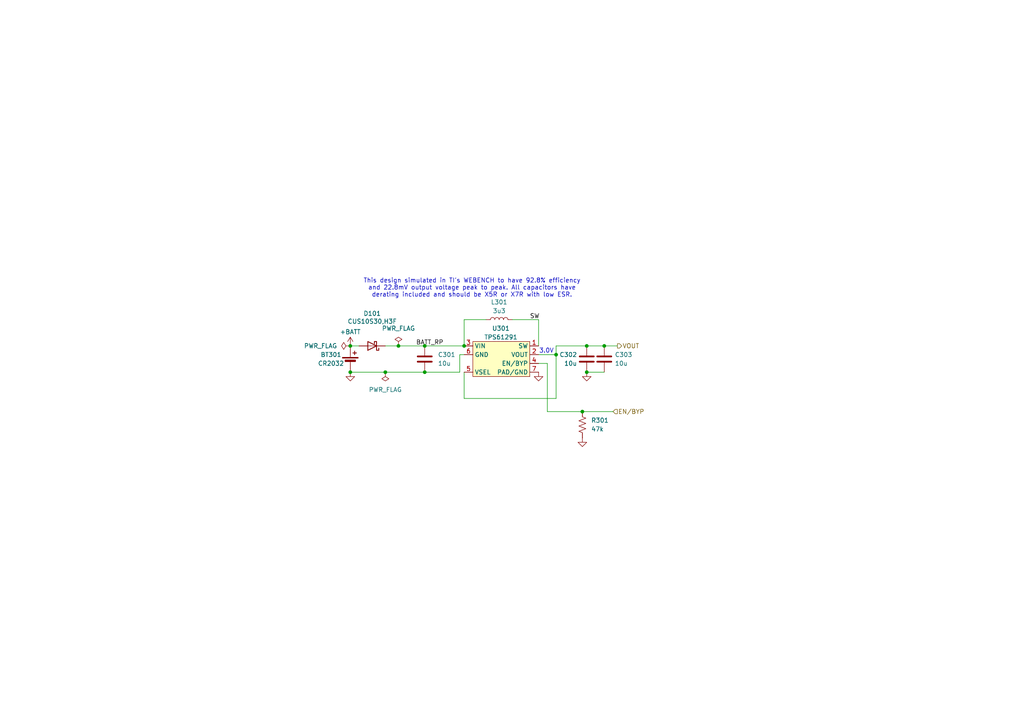
<source format=kicad_sch>
(kicad_sch (version 20250114) (generator "eeschema") (generator_version "9.0")
  (paper "A4")
  (title_block (title "Game of Life PCB Business Card") (date "2025-08-29") (rev "1.0") (company "Adam Sura"))
  (lib_symbols
    (symbol "Device:Battery_Cell" (pin_numbers (hide yes)) (pin_names (offset 0) (hide yes))
      (property "Reference" "BT" (at 2.54 2.54 0))
      (property "Value" "Battery_Cell" (at 2.54 0 0))
      (symbol "Battery_Cell_0_1"
        (rectangle (start -2.286 1.778) (end 2.286 1.524) (fill (type outline)))
        (rectangle (start -1.524 1.016) (end 1.524 0.508) (fill (type outline)))
        (polyline (pts (xy 0 1.778) (xy 0 2.54)))
        (polyline (pts (xy 0 0.762) (xy 0 0)))
        (polyline (pts (xy 0.762 3.048) (xy 1.778 3.048)) (stroke (width 0.254)))
        (polyline (pts (xy 1.27 3.556) (xy 1.27 2.54)) (stroke (width 0.254)))
      )
      (symbol "Battery_Cell_1_1"
        (pin passive line (at 0 5.08 270) (length 2.54) (name "+") (number "1"))
        (pin passive line (at 0 -2.54 90) (length 2.54) (name "-") (number "2"))
      )
    )
    (symbol "Device:C" (pin_numbers (hide yes)) (pin_names (offset 0.254))
      (property "Reference" "C" (at 0.635 2.54 0))
      (property "Value" "C" (at 0.635 -2.54 0))
      (symbol "C_0_1"
        (polyline (pts (xy -2.032 0.762) (xy 2.032 0.762)) (stroke (width 0.508)))
        (polyline (pts (xy -2.032 -0.762) (xy 2.032 -0.762)) (stroke (width 0.508)))
      )
      (symbol "C_1_1"
        (pin passive line (at 0 3.81 270) (length 2.794) (name "~") (number "1"))
        (pin passive line (at 0 -3.81 90) (length 2.794) (name "~") (number "2"))
      )
    )
    (symbol "Device:D_Schottky" (pin_numbers (hide yes)) (pin_names (offset 1.016) (hide yes))
      (property "Reference" "D" (at 0 2.54 0))
      (property "Value" "D_Schottky" (at 0 -2.54 0))
      (symbol "D_Schottky_0_1"
        (polyline (pts (xy -1.905 0.635) (xy -1.905 1.27) (xy -1.27 1.27) (xy -1.27 -1.27) (xy -0.635 -1.27) (xy -0.635 -0.635)) (stroke (width 0.254)))
        (polyline (pts (xy 1.27 1.27) (xy 1.27 -1.27) (xy -1.27 0) (xy 1.27 1.27)) (stroke (width 0.254)))
        (polyline (pts (xy 1.27 0) (xy -1.27 0)))
      )
      (symbol "D_Schottky_1_1"
        (pin passive line (at -3.81 0 0) (length 2.54) (name "K") (number "1"))
        (pin passive line (at 3.81 0 180) (length 2.54) (name "A") (number "2"))
      )
    )
    (symbol "Device:L" (pin_numbers (hide yes)) (pin_names (offset 1.016) (hide yes))
      (property "Reference" "L" (at -1.27 0 90))
      (property "Value" "L" (at 1.905 0 90))
      (symbol "L_0_1"
        (arc (start 0 2.54) (mid 0.6323 1.905) (end 0 1.27))
        (arc (start 0 1.27) (mid 0.6323 0.635) (end 0 0))
        (arc (start 0 0) (mid 0.6323 -0.635) (end 0 -1.27))
        (arc (start 0 -1.27) (mid 0.6323 -1.905) (end 0 -2.54))
      )
      (symbol "L_1_1"
        (pin passive line (at 0 3.81 270) (length 1.27) (name "1") (number "1"))
        (pin passive line (at 0 -3.81 90) (length 1.27) (name "2") (number "2"))
      )
    )
    (symbol "Device:R_US" (pin_numbers (hide yes)) (pin_names (offset 0))
      (property "Reference" "R" (at 2.54 0 90))
      (property "Value" "R_US" (at -2.54 0 90))
      (symbol "R_US_0_1"
        (polyline (pts (xy 0 2.286) (xy 0 2.54)))
        (polyline (pts (xy 0 2.286) (xy 1.016 1.905) (xy 0 1.524) (xy -1.016 1.143) (xy 0 0.762)))
        (polyline (pts (xy 0 0.762) (xy 1.016 0.381) (xy 0 0) (xy -1.016 -0.381) (xy 0 -0.762)))
        (polyline (pts (xy 0 -0.762) (xy 1.016 -1.143) (xy 0 -1.524) (xy -1.016 -1.905) (xy 0 -2.286)))
        (polyline (pts (xy 0 -2.286) (xy 0 -2.54)))
      )
      (symbol "R_US_1_1"
        (pin passive line (at 0 3.81 270) (length 1.27) (name "~") (number "1"))
        (pin passive line (at 0 -3.81 90) (length 1.27) (name "~") (number "2"))
      )
    )
    (symbol "gol_card_sym:TPS61291"
      (property "Reference" "U" (at 2.032 6.096 0))
      (property "Value" "TPS61291" (at 4.572 13.97 0))
      (symbol "TPS61291_1_1"
        (text_box "" (at -6.35 5.08 0) (size 16.51 -10.16) (margins 1.016 1.016 1.016 1.016) (fill (type color) (color 255 255 194 1)) (effects (font (size 1.27 1.27)) (justify left top)))
        (pin power_in line (at -8.89 3.81 0) (length 2.54) (name "VIN") (number "3"))
        (pin power_in line (at -8.89 1.27 0) (length 2.54) (name "GND") (number "6"))
        (pin input line (at -8.89 -3.81 0) (length 2.54) (name "VSEL") (number "5"))
        (pin input line (at 12.7 3.81 180) (length 2.54) (name "SW") (number "1"))
        (pin power_out line (at 12.7 1.27 180) (length 2.54) (name "VOUT") (number "2"))
        (pin input line (at 12.7 -1.27 180) (length 2.54) (name "EN/BYP") (number "4"))
        (pin power_in line (at 12.7 -3.81 180) (length 2.54) (name "PAD/GND") (number "7"))
      )
    )
    (symbol "power:+BATT" (power) (pin_numbers (hide yes)) (pin_names (offset 0) (hide yes))
      (property "Value" "+BATT" (at 0 3.556 0))
      (symbol "+BATT_0_1"
        (polyline (pts (xy -0.762 1.27) (xy 0 2.54)))
        (polyline (pts (xy 0 2.54) (xy 0.762 1.27)))
        (polyline (pts (xy 0 0) (xy 0 2.54)))
      )
      (symbol "+BATT_1_1"
        (pin power_in line (at 0 0 90) (length 0) (name "~") (number "1"))
      )
    )
    (symbol "power:GND" (power) (pin_numbers (hide yes)) (pin_names (offset 0) (hide yes))
      (property "Value" "GND" (at 0 -3.81 0))
      (symbol "GND_0_1"
        (polyline (pts (xy 0 0) (xy 0 -1.27) (xy 1.27 -1.27) (xy 0 -2.54) (xy -1.27 -1.27) (xy 0 -1.27)))
      )
      (symbol "GND_1_1"
        (pin power_in line (at 0 0 270) (length 0) (name "~") (number "1"))
      )
    )
    (symbol "power:PWR_FLAG" (power) (pin_numbers (hide yes)) (pin_names (offset 0) (hide yes))
      (property "Value" "PWR_FLAG" (at 0 3.81 0))
      (symbol "PWR_FLAG_0_0"
        (pin power_out line (at 0 0 90) (length 0) (name "~") (number "1"))
      )
      (symbol "PWR_FLAG_0_1"
        (polyline (pts (xy 0 0) (xy 0 1.27) (xy -1.016 1.905) (xy 0 2.54) (xy 1.016 1.905) (xy 0 1.27)))
      )
    )
  )
  (text "3.0V" (at 158.496 101.854 0) (effects (font (size 1.27 1.27))))
  (text "This design simulated in TI's WEBENCH to have 92.8% efficiency\nand 22.8mV output voltage peak to peak. All capacitors have\nderating included and should be X5R or X7R with low ESR." (at 136.906 83.566 0) (effects (font (size 1.27 1.27))))
  (junction (at 115.57 100.33))
  (junction (at 134.62 100.33))
  (junction (at 101.6 107.95))
  (junction (at 101.6 100.33))
  (junction (at 123.19 107.95))
  (junction (at 123.19 100.33))
  (junction (at 170.18 107.95))
  (junction (at 175.26 100.33))
  (junction (at 111.76 107.95))
  (junction (at 161.29 102.87))
  (junction (at 170.18 100.33))
  (junction (at 168.91 119.38))
  (wire (pts (xy 101.6 107.95) (xy 111.76 107.95)))
  (wire (pts (xy 158.75 105.41) (xy 158.75 119.38)))
  (wire (pts (xy 161.29 100.33) (xy 170.18 100.33)))
  (wire (pts (xy 175.26 100.33) (xy 179.07 100.33)))
  (wire (pts (xy 134.62 100.33) (xy 134.62 92.71)))
  (wire (pts (xy 111.76 107.95) (xy 123.19 107.95)))
  (wire (pts (xy 123.19 100.33) (xy 134.62 100.33)))
  (wire (pts (xy 134.62 92.71) (xy 140.97 92.71)))
  (wire (pts (xy 156.21 102.87) (xy 161.29 102.87)))
  (wire (pts (xy 111.76 100.33) (xy 115.57 100.33)))
  (wire (pts (xy 123.19 107.95) (xy 133.35 107.95)))
  (wire (pts (xy 161.29 102.87) (xy 161.29 100.33)))
  (wire (pts (xy 148.59 92.71) (xy 156.21 92.71)))
  (wire (pts (xy 101.6 100.33) (xy 104.14 100.33)))
  (wire (pts (xy 156.21 105.41) (xy 158.75 105.41)))
  (wire (pts (xy 134.62 107.95) (xy 134.62 115.57)))
  (wire (pts (xy 134.62 115.57) (xy 161.29 115.57)))
  (wire (pts (xy 161.29 115.57) (xy 161.29 102.87)))
  (wire (pts (xy 133.35 102.87) (xy 134.62 102.87)))
  (wire (pts (xy 170.18 100.33) (xy 175.26 100.33)))
  (wire (pts (xy 158.75 119.38) (xy 168.91 119.38)))
  (wire (pts (xy 170.18 107.95) (xy 175.26 107.95)))
  (wire (pts (xy 115.57 100.33) (xy 123.19 100.33)))
  (wire (pts (xy 156.21 92.71) (xy 156.21 100.33)))
  (wire (pts (xy 133.35 107.95) (xy 133.35 102.87)))
  (wire (pts (xy 168.91 119.38) (xy 177.8 119.38)))
  (label "BATT_RP" (at 120.65 100.33 0))
  (label "SW" (at 153.67 92.71 0))
  (hierarchical_label "EN{slash}BYP" (shape input) (at 177.8 119.38 0))
  (hierarchical_label "VOUT" (shape output) (at 179.07 100.33 0))
  (symbol (lib_id "power:+BATT") (at 101.6 100.33 0) (unit 1)
    (property "Reference" "#PWR017" (effects (hide yes)))
    (property "Value" "+BATT" (at 101.6 96.266 0))
    (property "Description" "Power symbol creates a global label with name \"+BATT\"" (effects (hide yes)))
  )
  (symbol (lib_id "Device:R_US") (at 168.91 123.19 0) (unit 1)
    (property "Reference" "R301" (at 171.45 121.9199 0) (effects (justify left)))
    (property "Value" "47k" (at 171.45 124.4599 0) (effects (justify left)))
    (property "Footprint" "Resistor_SMD:R_0402_1005Metric" (effects (hide yes)))
    (property "Datasheet" "https://www.yageo.com/upload/media/product/products/datasheet/rchip/PYu-RC_Group_51_RoHS_L_12.pdf" (effects (hide yes)))
    (property "Description" "Resistor, US symbol" (effects (hide yes)))
    (property "SKU" "RC0402FR-0747KL" (effects (hide yes)))
  )
  (symbol (lib_id "Device:D_Schottky") (at 107.95 100.33 180) (unit 1)
    (property "Reference" "D101" (at 107.95 90.932 0))
    (property "Value" "CUS10S30,H3F" (at 107.95 93.218 0))
    (property "Footprint" "Diode_SMD:D_SOD-323" (effects (hide yes)))
    (property "Datasheet" "https://toshiba.semicon-storage.com/info/CUS10S30_datasheet_en_20140407.pdf?did=14077&prodName=CUS10S30" (effects (hide yes)))
    (property "Description" "Schottky diode" (effects (hide yes)))
    (property "SKU" "CUS10S30,H3F" (effects (hide yes)))
  )
  (symbol (lib_id "Device:C") (at 170.18 104.14 0) (mirror y) (unit 1)
    (property "Reference" "C302" (at 167.386 102.87 0) (effects (justify left)))
    (property "Value" "10u" (at 167.386 105.41 0) (effects (justify left)))
    (property "Footprint" "Capacitor_SMD:C_0603_1608Metric" (effects (hide yes)))
    (property "Datasheet" "https://mm.digikey.com/Volume0/opasdata/d220001/medias/docus/1231/LMK107BBJ106MALT_SS.pdf" (effects (hide yes)))
    (property "Description" "Unpolarized capacitor" (effects (hide yes)))
    (property "SKU" "LMK107BBJ106MALT" (effects (hide yes)))
  )
  (symbol (lib_id "power:GND") (at 101.6 107.95 0) (unit 1)
    (property "Reference" "#PWR01" (effects (hide yes)))
    (property "Value" "GND" (effects (hide yes)))
    (property "Description" "Power symbol creates a global label with name \"GND\" , ground" (effects (hide yes)))
  )
  (symbol (lib_id "Device:Battery_Cell") (at 101.6 105.41 0) (unit 1)
    (property "Reference" "BT301" (at 92.964 102.87 0) (effects (justify left)))
    (property "Value" "CR2032" (at 92.202 105.41 0) (effects (justify left)))
    (property "Footprint" "Battery:BatteryHolder_Keystone_3002_1x2032" (effects (hide yes)))
    (property "Datasheet" "https://www.keyelco.com/userAssets/file/M65p9.pdf" (effects (hide yes)))
    (property "Description" "Single-cell battery" (effects (hide yes)))
    (property "SKU" "3002" (effects (hide yes)))
  )
  (symbol (lib_id "power:GND") (at 170.18 107.95 0) (unit 1)
    (property "Reference" "#PWR018" (effects (hide yes)))
    (property "Value" "GND" (effects (hide yes)))
    (property "Description" "Power symbol creates a global label with name \"GND\" , ground" (effects (hide yes)))
  )
  (symbol (lib_id "Device:C") (at 123.19 104.14 0) (unit 1)
    (property "Reference" "C301" (at 127 102.8699 0) (effects (justify left)))
    (property "Value" "10u" (at 127 105.4099 0) (effects (justify left)))
    (property "Footprint" "Capacitor_SMD:C_0603_1608Metric" (effects (hide yes)))
    (property "Datasheet" "https://mm.digikey.com/Volume0/opasdata/d220001/medias/docus/1231/LMK107BBJ106MALT_SS.pdf" (effects (hide yes)))
    (property "Description" "Unpolarized capacitor" (effects (hide yes)))
    (property "SKU" "LMK107BBJ106MALT" (effects (hide yes)))
  )
  (symbol (lib_id "power:PWR_FLAG") (at 111.76 107.95 180) (unit 1)
    (property "Reference" "#FLG02" (effects (hide yes)))
    (property "Value" "PWR_FLAG" (at 111.76 113.03 0))
    (property "Description" "Special symbol for telling ERC where power comes from" (effects (hide yes)))
  )
  (symbol (lib_id "gol_card_sym:TPS61291") (at 143.51 104.14 0) (unit 1)
    (property "Reference" "U301" (at 145.288 95.25 0))
    (property "Value" "TPS61291" (at 145.288 97.79 0))
    (property "Footprint" "Package_SON:WSON-6-1EP_2x2mm_P0.65mm_EP1x1.6mm" (effects (hide yes)))
    (property "Datasheet" "https://www.ti.com/lit/ds/symlink/tps61291.pdf" (effects (hide yes)))
    (property "Description" "Low Iq Boost Converter with Bypass Operation" (effects (hide yes)))
    (property "Sim.Library" "SLVMAD5/TPS61291_PSPICE_TRANS - Copy/TPS61291_TRANS.LIB" (effects (hide yes)))
    (property "Sim.Name" "TPS61291_TRANS" (effects (hide yes)))
    (property "Sim.Device" "SUBCKT" (effects (hide yes)))
    (property "Sim.Pins" "1=L 2=VOUT 3=VIN 4=EN_BYP 5=VSEL 6=GND" (effects (hide yes)))
    (property "SKU" "TPS61291" (effects (hide yes)))
  )
  (symbol (lib_id "power:PWR_FLAG") (at 101.6 100.33 90) (unit 1)
    (property "Reference" "#FLG04" (effects (hide yes)))
    (property "Value" "PWR_FLAG" (at 97.79 100.3299 90) (effects (justify left)))
    (property "Description" "Special symbol for telling ERC where power comes from" (effects (hide yes)))
  )
  (symbol (lib_id "power:GND") (at 168.91 127 0) (unit 1)
    (property "Reference" "#PWR019" (effects (hide yes)))
    (property "Value" "GND" (effects (hide yes)))
    (property "Description" "Power symbol creates a global label with name \"GND\" , ground" (effects (hide yes)))
  )
  (symbol (lib_id "power:PWR_FLAG") (at 115.57 100.33 0) (unit 1)
    (property "Reference" "#FLG01" (effects (hide yes)))
    (property "Value" "PWR_FLAG" (at 115.57 95.25 0))
    (property "Description" "Special symbol for telling ERC where power comes from" (effects (hide yes)))
  )
  (symbol (lib_id "Device:C") (at 175.26 104.14 0) (unit 1)
    (property "Reference" "C303" (at 178.308 102.87 0) (effects (justify left)))
    (property "Value" "10u" (at 178.308 105.41 0) (effects (justify left)))
    (property "Footprint" "Capacitor_SMD:C_0603_1608Metric" (effects (hide yes)))
    (property "Datasheet" "https://mm.digikey.com/Volume0/opasdata/d220001/medias/docus/1231/LMK107BBJ106MALT_SS.pdf" (effects (hide yes)))
    (property "Description" "Unpolarized capacitor" (effects (hide yes)))
    (property "SKU" "LMK107BBJ106MALT" (effects (hide yes)))
  )
  (symbol (lib_id "power:GND") (at 156.21 107.95 0) (unit 1)
    (property "Reference" "#PWR020" (effects (hide yes)))
    (property "Value" "GND" (effects (hide yes)))
    (property "Description" "Power symbol creates a global label with name \"GND\" , ground" (effects (hide yes)))
  )
  (symbol (lib_id "Device:L") (at 144.78 92.71 90) (unit 1)
    (property "Reference" "L301" (at 144.78 87.63 90))
    (property "Value" "3u3" (at 144.78 90.17 90))
    (property "Footprint" "Inductor_SMD:L_Taiyo-Yuden_NR-50xx" (effects (hide yes)))
    (property "Datasheet" "https://mm.digikey.com/Volume0/opasdata/d220001/medias/docus/413/NRS5030T3R3MMGJ_SS.pdf" (effects (hide yes)))
    (property "Description" "Inductor" (effects (hide yes)))
    (property "SKU" "NRS5030T3R3MMGJ" (effects (hide yes)))
  )
)
</source>
